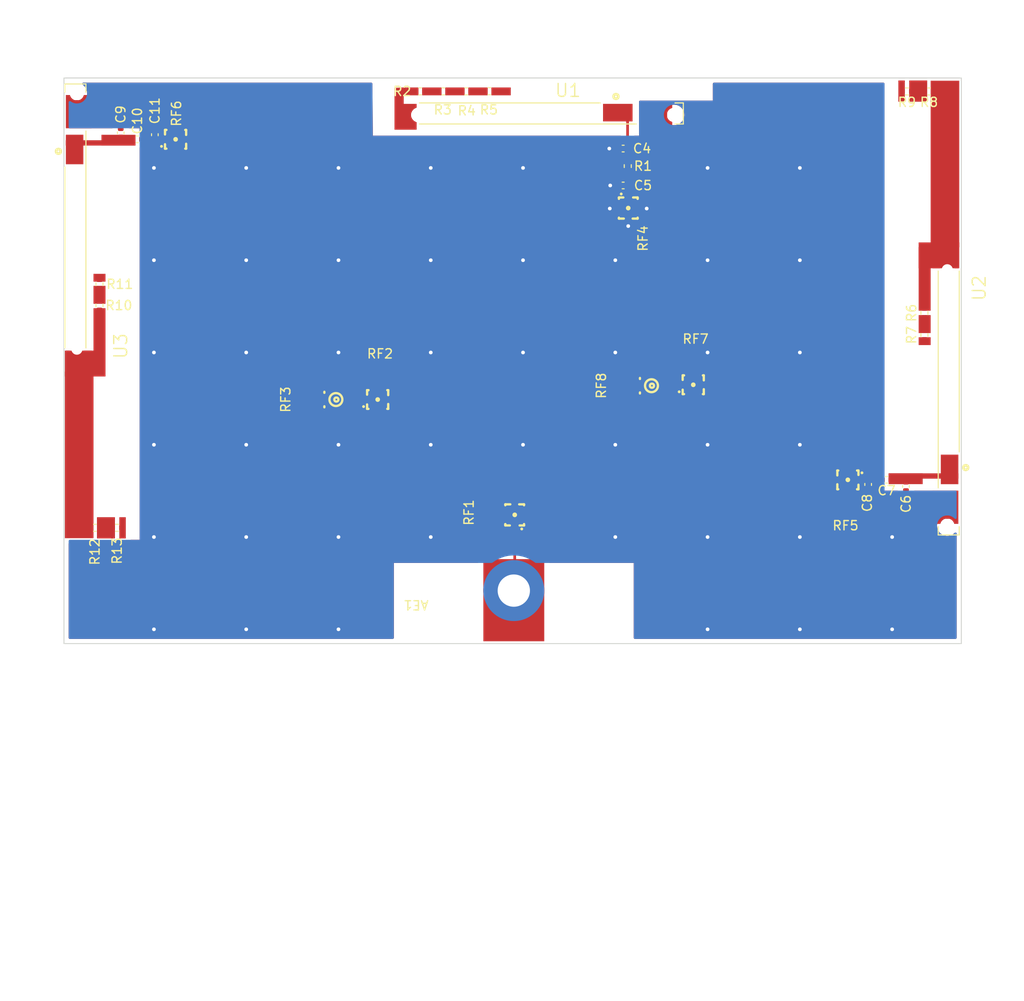
<source format=kicad_pcb>
(kicad_pcb (version 20211014) (generator pcbnew)
  (layers (0 "F.Cu" signal) (1 "In1.Cu" signal) (2 "In2.Cu" signal) (31 "B.Cu" signal) (34 "B.Paste" user) (35 "F.Paste" user) (36 "B.SilkS" user "B.Silkscreen") (37 "F.SilkS" user "F.Silkscreen") (38 "B.Mask" user) (39 "F.Mask" user) (44 "Edge.Cuts" user))
  (net 0 "")
  (net 1 "Net-(C4-Pad1)")
  (net 2 "GND")
  (net 3 "Net-(C5-Pad1)")
  (net 4 "Net-(C6-Pad1)")
  (net 5 "Net-(C7-Pad2)")
  (net 6 "Net-(R2-Pad1)")
  (net 7 "Net-(R2-Pad2)")
  (net 8 "Net-(R6-Pad1)")
  (net 9 "Net-(R4-Pad1)")
  (net 10 "Net-(R5-Pad1)")
  (net 11 "Net-(R5-Pad2)")
  (net 12 "Net-(R6-Pad2)")
  (net 13 "Net-(U2-Pad5)")
  (net 14 "Net-(U2-Pad6)")
  (net 15 "Net-(U2-Pad7)")
  (net 16 "Net-(AE1-Pad1)")
  (net 17 "Net-(C10-Pad1)")
  (net 18 "Net-(C10-Pad2)")
  (net 19 "Net-(R10-Pad1)")
  (net 20 "Net-(R10-Pad2)")
  (net 21 "Net-(R11-Pad2)")
  (net 22 "Net-(R12-Pad2)")
  (net 23 "Net-(R13-Pad2)")
  (net 24 "Net-(RF2-Pad1)")
  (net 25 "Net-(RF7-Pad1)")
  (footprint "Resistor_SMD:R_0402_1005Metric" (layer "F.Cu") (at 168.5 93.1 -90)
    (fp_text reference "R7" (at 0.01 1.4 90) (layer "F.SilkS"))
    (fp_text value "0ohm")
    (fp_line (start -0.153641 0.38) (end 0.153641 0.38) (layer "F.SilkS") (width 0.12))
    (fp_line (start -0.153641 -0.38) (end 0.153641 -0.38) (layer "F.SilkS") (width 0.12))
    (pad "1" smd roundrect (at -0.51 0 270) (size 0.54 0.64) (layers "F.Cu" "F.Paste" "F.Mask") (net 12 "Net-(R6-Pad2)"))
    (pad "2" smd roundrect (at 0.51 0 270) (size 0.54 0.64) (layers "F.Cu" "F.Paste" "F.Mask") (net 13 "Net-(U2-Pad5)"))
  )
  (footprint "Resistor_SMD:R_0402_1005Metric" (layer "F.Cu") (at 166.6 66.71 180)
    (fp_text reference "R9" (at 0 -1.17) (layer "F.SilkS"))
    (fp_text value "0ohm")
    (fp_line (start -0.153641 -0.38) (end 0.153641 -0.38) (layer "F.SilkS") (width 0.12))
    (fp_line (start -0.153641 0.38) (end 0.153641 0.38) (layer "F.SilkS") (width 0.12))
    (pad "1" smd roundrect (at -0.51 0 180) (size 0.54 0.64) (layers "F.Cu" "F.Paste" "F.Mask") (net 14 "Net-(U2-Pad6)"))
    (pad "2" smd roundrect (at 0.51 0 180) (size 0.54 0.64) (layers "F.Cu" "F.Paste" "F.Mask") (net 15 "Net-(U2-Pad7)"))
  )
  (footprint "Capacitor_SMD:C_0402_1005Metric" (layer "F.Cu") (at 81.4 71.2 90)
    (fp_text reference "C9" (at 2 0 90) (layer "F.SilkS"))
    (fp_text value "1.8pF")
    (fp_line (start -0.107836 0.36) (end 0.107836 0.36) (layer "F.SilkS") (width 0.12))
    (fp_line (start -0.107836 -0.36) (end 0.107836 -0.36) (layer "F.SilkS") (width 0.12))
    (pad "1" smd roundrect (at -0.48 0 90) (size 0.56 0.62) (layers "F.Cu" "F.Paste" "F.Mask") (net 17 "Net-(C10-Pad1)"))
    (pad "2" smd roundrect (at 0.48 0 90) (size 0.56 0.62) (layers "F.Cu" "F.Paste" "F.Mask") (net 2 "GND"))
  )
  (footprint "Capacitor_SMD:C_0402_1005Metric" (layer "F.Cu") (at 85.1 71.4 90)
    (fp_text reference "C11" (at 2.6 0 90) (layer "F.SilkS"))
    (fp_text value "DNP")
    (fp_line (start -0.107836 -0.36) (end 0.107836 -0.36) (layer "F.SilkS") (width 0.12))
    (fp_line (start -0.107836 0.36) (end 0.107836 0.36) (layer "F.SilkS") (width 0.12))
    (pad "1" smd roundrect (at -0.48 0 90) (size 0.56 0.62) (layers "F.Cu" "F.Paste" "F.Mask") (net 18 "Net-(C10-Pad2)"))
    (pad "2" smd roundrect (at 0.48 0 90) (size 0.56 0.62) (layers "F.Cu" "F.Paste" "F.Mask") (net 2 "GND"))
  )
  (footprint "cacophony-footprints:ANTENNA_1002427_GPS" (layer "F.Cu") (at 111.17 67.955)
    (fp_text reference "U1" (at 18.7 -1.35) (layer "F.SilkS") (effects (font (size 1.4 1.4))))
    (fp_text value "Antenna_1002427")
    (fp_line (start 30.3 0) (end 31.2 0) (layer "F.SilkS") (width 0.127))
    (fp_line (start 31.2 2.28) (end 30.3 2.28) (layer "F.SilkS") (width 0.127))
    (fp_line (start 31.2 0) (end 31.2 2.28) (layer "F.SilkS") (width 0.127))
    (fp_line (start 2.6 0) (end 22.2 0) (layer "F.SilkS") (width 0.127))
    (fp_line (start 26.1 2.28) (end 2.6 2.28) (layer "F.SilkS") (width 0.127))
    (fp_circle (center 23.9 -0.7) (end 24 -0.7) (layer "F.SilkS") (width 0.3) (fill none))
    (pad "" np_thru_hole circle (at 2.46 1.3) (size 1.2 1.2) (drill 1.2) (layers *.Cu *.Mask))
    (pad "" np_thru_hole circle (at 30.2 1.3) (size 1.2 1.2) (drill 1.2) (layers *.Cu *.Mask))
    (pad "1" smd rect (at 24.1 1.05) (size 3.2 1.9) (layers "F.Cu" "F.Paste" "F.Mask") (net 1 "Net-(C4-Pad1)"))
    (pad "2" smd custom (at 28.02 1.375) (size 0.3 0.3) (layers "F.Cu") (net 2 "GND") (options (clearance outline) (anchor rect)) (primitives (gr_poly (pts (xy -1.62 -1.275) (xy 1.98 -1.275) (xy 1.98 -0.825) (xy 1.959 -0.82) (xy 1.934 -0.813) (xy 1.909 -0.804) (xy 1.884 -0.795) (xy 1.86 -0.785) (xy 1.835 -0.775) (xy 1.812 -0.763) (xy 1.788 -0.751) (xy 1.766 -0.737) (xy 1.743 -0.723) (xy 1.721 -0.709) (xy 1.7 -0.693) (xy 1.679 -0.677) (xy 1.659 -0.66) (xy 1.639 -0.642) (xy 1.62 -0.624) (xy 1.602 -0.605) (xy 1.584 -0.585) (xy 1.567 -0.565) (xy 1.551 -0.544) (xy 1.535 -0.523) (xy 1.521 -0.501) (xy 1.507 -0.479) (xy 1.493 -0.456) (xy 1.481 -0.432) (xy 1.469 -0.409) (xy 1.459 -0.384) (xy 1.449 -0.36) (xy 1.44 -0.335) (xy 1.43 -0.305) (xy 1.43 0.155) (xy 1.44 0.185) (xy 1.449 0.21) (xy 1.459 0.234) (xy 1.469 0.259) (xy 1.481 0.282) (xy 1.493 0.306) (xy 1.507 0.329) (xy 1.521 0.351) (xy 1.535 0.373) (xy 1.551 0.394) (xy 1.567 0.415) (xy 1.584 0.435) (xy 1.602 0.455) (xy 1.62 0.474) (xy 1.639 0.492) (xy 1.659 0.51) (xy 1.679 0.527) (xy 1.7 0.543) (xy 1.721 0.559) (xy 1.743 0.573) (xy 1.766 0.587) (xy 1.788 0.601) (xy 1.812 0.613) (xy 1.835 0.625) (xy 1.86 0.635) (xy 1.884 0.645) (xy 1.909 0.654) (xy 1.934 0.663) (xy 1.959 0.67) (xy 1.98 0.675) (xy 1.98 1.525) (xy -1.62 1.525) (xy -1.62 -1.275)) (width 0.0001) (fill yes))))
    (pad "3" smd custom (at 0.875 1.325) (size 0.3 0.3) (layers "F.Cu") (net 6 "Net-(R2-Pad1)") (options (clearance outline) (anchor rect)) (primitives (gr_poly (pts (xy 1.425 -0.81) (xy 1.425 -1.225) (xy -0.975 -1.225) (xy -0.975 1.575) (xy 1.425 1.575) (xy 1.425 0.76) (xy 1.397 0.751) (xy 1.368 0.74) (xy 1.339 0.729) (xy 1.311 0.716) (xy 1.284 0.703) (xy 1.257 0.688) (xy 1.23 0.673) (xy 1.204 0.657) (xy 1.178 0.639) (xy 1.153 0.621) (xy 1.129 0.602) (xy 1.106 0.583) (xy 1.083 0.562) (xy 1.061 0.541) (xy 1.039 0.519) (xy 1.019 0.496) (xy 0.999 0.472) (xy 0.98 0.448) (xy 0.962 0.423) (xy 0.945 0.398) (xy 0.928 0.372) (xy 0.913 0.345) (xy 0.899 0.318) (xy 0.885 0.29) (xy 0.873 0.262) (xy 0.861 0.234) (xy 0.851 0.205) (xy 0.841 0.175) (xy 0.833 0.146) (xy 0.825 0.115) (xy 0.825 -0.155) (xy 0.83 -0.178) (xy 0.838 -0.208) (xy 0.847 -0.237) (xy 0.858 -0.267) (xy 0.869 -0.296) (xy 0.881 -0.324) (xy 0.894 -0.352) (xy 0.908 -0.38) (xy 0.923 -0.407) (xy 0.939 -0.434) (xy 0.956 -0.46) (xy 0.974 -0.485) (xy 0.992 -0.51) (xy 1.012 -0.534) (xy 1.032 -0.557) (xy 1.053 -0.58) (xy 1.075 -0.602) (xy 1.098 -0.623) (xy 1.121 -0.643) (xy 1.145 -0.663) (xy 1.17 -0.682) (xy 1.196 -0.699) (xy 1.222 -0.716) (xy 1.248 -0.732) (xy 1.275 -0.747) (xy 1.303 -0.761) (xy 1.331 -0.774) (xy 1.359 -0.786) (xy 1.388 -0.798) (xy 1.425 -0.81)) (width 0.0001) (fill yes))))
    (pad "3" smd rect (at 0.4 -0.6 90) (size 2.1 1) (layers "F.Cu") (net 6 "Net-(R2-Pad1)"))
    (pad "3" smd rect (at 1.45 -1.25) (size 2.1 0.85) (layers "F.Cu") (net 6 "Net-(R2-Pad1)"))
    (pad "4" smd rect (at 3.95 -1.25) (size 2.1 0.85) (layers "F.Cu") (net 7 "Net-(R2-Pad2)"))
    (pad "5" smd rect (at 6.45 -1.25) (size 2.1 0.85) (layers "F.Cu") (net 9 "Net-(R4-Pad1)"))
    (pad "6" smd rect (at 8.95 -1.25) (size 2.1 0.85) (layers "F.Cu") (net 10 "Net-(R5-Pad1)"))
    (pad "7" smd rect (at 11.45 -1.25) (size 2.1 0.85) (layers "F.Cu") (net 11 "Net-(R5-Pad2)"))
    (zone (net 0) (net_name "") (layers *.Cu) (connect_pads (clearance 0)) (min_thickness 0.254)
      (keepout (tracks allowed) (vias allowed) (pads allowed) (copperpour not_allowed) (footprints allowed))
      (fill (thermal_gap 0.508) (thermal_bridge_width 0.508))
      (polygon (pts (xy 137.57 71.505) (xy 108.72 71.505) (xy 108.67 65.305) (xy 145.57 65.305) (xy 145.57 67.705) (xy 137.57 67.705)))
    )
  )
  (footprint "cacophony-footprints:ANT-8_9-PW-LPN" (layer "F.Cu") (at 124 120.805 180)
    (fp_text reference "AE1" (at 10.6 -1.55 180 unlocked) (layer "F.SilkS"))
    (fp_text value "Antenna")
    (pad "1" smd rect (at 0 -1.04 180) (size 6.6 8.9) (layers "F.Cu" "F.Mask") (net 16 "Net-(AE1-Pad1)"))
    (pad "1" thru_hole circle (at 0 0 180) (size 6.6 6.6) (drill 3.5) (layers *.Cu *.Mask) (net 16 "Net-(AE1-Pad1)"))
    (zone (net 0) (net_name "") (layers *.Cu "F.Fab") (connect_pads (clearance 0)) (min_thickness 0.254)
      (keepout (tracks allowed) (vias allowed) (pads allowed) (copperpour not_allowed) (footprints allowed))
      (fill (thermal_gap 0.508) (thermal_bridge_width 0.508))
      (polygon (pts (xy 111 117.805) (xy 137 117.805) (xy 137 126.805) (xy 111 126.805)))
    )
  )
  (footprint "cacophony-footprints:IPEX4-SMD_4P-L1.8-W1.7-LS2.0-L_KH-IPEX4-2020" (layer "F.Cu") (at 136.4 79.6 -90)
    (fp_text reference "RF4" (at 3.04 -1.6 90) (layer "F.SilkS"))
    (fp_text value "KH-IPEX-4-K501-29")
    (fp_line (start -1.27 -1.02) (end -1.4 -1.02) (layer "F.SilkS") (width 0.25))
    (fp_line (start 0.89 -1.02) (end 0.89 -0.48) (layer "F.SilkS") (width 0.25))
    (fp_line (start -1.4 -1.02) (end -1.4 -0.53) (layer "F.SilkS") (width 0.25))
    (fp_line (start -1.4 1.01) (end -1.25 1.01) (layer "F.SilkS") (width 0.25))
    (fp_line (start -1.4 0.53) (end -1.4 1.01) (layer "F.SilkS") (width 0.25))
    (fp_line (start 0.89 0.48) (end 0.89 1.01) (layer "F.SilkS") (width 0.25))
    (fp_line (start 0.79 -1.02) (end 0.89 -1.02) (layer "F.SilkS") (width 0.25))
    (fp_line (start 0.89 1.01) (end 0.79 1.01) (layer "F.SilkS") (width 0.25))
    (fp_line (start -1.25 -1.02) (end -1.27 -1.02) (layer "F.SilkS") (width 0.25))
    (fp_circle (center -0.25 0) (end -0.12 0) (layer "F.SilkS") (width 0.25) (fill none))
    (fp_circle (center -1.78 0.76) (end -1.7 0.76) (layer "F.SilkS") (width 0.15) (fill none))
    (pad "1" smd rect (at -0.75 0 270) (size 1.4 0.6) (layers "F.Cu" "F.Paste" "F.Mask") (net 3 "Net-(C5-Pad1)"))
    (pad "2" smd rect (at -0.23 0.96 270) (size 1.58 0.58) (layers "F.Cu" "F.Paste" "F.Mask") (net 2 "GND"))
    (pad "3" smd rect (at 0.75 0 270) (size 0.5 0.5) (layers "F.Cu" "F.Paste" "F.Mask") (net 2 "GND"))
    (pad "4" smd rect (at -0.23 -0.96 270) (size 1.58 0.58) (layers "F.Cu" "F.Paste" "F.Mask") (net 2 "GND"))
  )
  (footprint "cacophony-footprints:IPEX4-SMD_4P-L1.8-W1.7-LS2.0-L_KH-IPEX4-2020" (layer "F.Cu") (at 159.95 108.8 180)
    (fp_text reference "RF5" (at 0 -4.96) (layer "F.SilkS"))
    (fp_text value "KH-IPEX-4-K501-29")
    (fp_line (start -1.4 1.01) (end -1.25 1.01) (layer "F.SilkS") (width 0.25))
    (fp_line (start -1.4 -1.02) (end -1.4 -0.53) (layer "F.SilkS") (width 0.25))
    (fp_line (start 0.89 1.01) (end 0.79 1.01) (layer "F.SilkS") (width 0.25))
    (fp_line (start 0.79 -1.02) (end 0.89 -1.02) (layer "F.SilkS") (width 0.25))
    (fp_line (start 0.89 0.48) (end 0.89 1.01) (layer "F.SilkS") (width 0.25))
    (fp_line (start -1.4 0.53) (end -1.4 1.01) (layer "F.SilkS") (width 0.25))
    (fp_line (start -1.25 -1.02) (end -1.27 -1.02) (layer "F.SilkS") (width 0.25))
    (fp_line (start 0.89 -1.02) (end 0.89 -0.48) (layer "F.SilkS") (width 0.25))
    (fp_line (start -1.27 -1.02) (end -1.4 -1.02) (layer "F.SilkS") (width 0.25))
    (fp_circle (center -0.25 0) (end -0.12 0) (layer "F.SilkS") (width 0.25) (fill none))
    (fp_circle (center -1.78 0.76) (end -1.7 0.76) (layer "F.SilkS") (width 0.15) (fill none))
    (pad "1" smd rect (at -0.75 0 180) (size 1.4 0.6) (layers "F.Cu" "F.Paste" "F.Mask") (net 5 "Net-(C7-Pad2)"))
    (pad "2" smd rect (at -0.23 0.96 180) (size 1.58 0.58) (layers "F.Cu" "F.Paste" "F.Mask") (net 2 "GND"))
    (pad "3" smd rect (at 0.75 0 180) (size 0.5 0.5) (layers "F.Cu" "F.Paste" "F.Mask") (net 2 "GND"))
    (pad "4" smd rect (at -0.23 -0.96 180) (size 1.58 0.58) (layers "F.Cu" "F.Paste" "F.Mask") (net 2 "GND"))
  )
  (footprint "cacophony-footprints:IPEX4-SMD_4P-L1.8-W1.7-LS2.0-L_KH-IPEX4-2020" (layer "F.Cu") (at 124.1 112.345 90)
    (fp_text reference "RF1" (at 0 -4.96 90) (layer "F.SilkS"))
    (fp_text value "KH-IPEX-4-K501-29")
    (fp_line (start 0.89 0.48) (end 0.89 1.01) (layer "F.SilkS") (width 0.25))
    (fp_line (start 0.79 -1.02) (end 0.89 -1.02) (layer "F.SilkS") (width 0.25))
    (fp_line (start -1.4 0.53) (end -1.4 1.01) (layer "F.SilkS") (width 0.25))
    (fp_line (start -1.25 -1.02) (end -1.27 -1.02) (layer "F.SilkS") (width 0.25))
    (fp_line (start -1.4 -1.02) (end -1.4 -0.53) (layer "F.SilkS") (width 0.25))
    (fp_line (start 0.89 1.01) (end 0.79 1.01) (layer "F.SilkS") (width 0.25))
    (fp_line (start -1.4 1.01) (end -1.25 1.01) (layer "F.SilkS") (width 0.25))
    (fp_line (start -1.27 -1.02) (end -1.4 -1.02) (layer "F.SilkS") (width 0.25))
    (fp_line (start 0.89 -1.02) (end 0.89 -0.48) (layer "F.SilkS") (width 0.25))
    (fp_circle (center -1.78 0.76) (end -1.7 0.76) (layer "F.SilkS") (width 0.15) (fill none))
    (fp_circle (center -0.25 0) (end -0.12 0) (layer "F.SilkS") (width 0.25) (fill none))
    (pad "1" smd rect (at -0.75 0 90) (size 1.4 0.6) (layers "F.Cu" "F.Paste" "F.Mask") (net 16 "Net-(AE1-Pad1)"))
    (pad "2" smd rect (at -0.23 0.96 90) (size 1.58 0.58) (layers "F.Cu" "F.Paste" "F.Mask") (net 2 "GND"))
    (pad "3" smd rect (at 0.75 0 90) (size 0.5 0.5) (layers "F.Cu" "F.Paste" "F.Mask") (net 2 "GND"))
    (pad "4" smd rect (at -0.23 -0.96 90) (size 1.58 0.58) (layers "F.Cu" "F.Paste" "F.Mask") (net 2 "GND"))
  )
  (footprint "cacophony-footprints:IPEX4-SMD_4P-L1.8-W1.7-LS2.0-L_KH-IPEX4-2020" (layer "F.Cu") (at 143.7 98.5)
    (fp_text reference "RF7" (at 0 -4.96) (layer "F.SilkS"))
    (fp_text value "KH-IPEX-4-K501-29")
    (fp_line (start -1.4 0.53) (end -1.4 1.01) (layer "F.SilkS") (width 0.25))
    (fp_line (start 0.89 -1.02) (end 0.89 -0.48) (layer "F.SilkS") (width 0.25))
    (fp_line (start 0.89 0.48) (end 0.89 1.01) (layer "F.SilkS") (width 0.25))
    (fp_line (start -1.25 -1.02) (end -1.27 -1.02) (layer "F.SilkS") (width 0.25))
    (fp_line (start -1.4 1.01) (end -1.25 1.01) (layer "F.SilkS") (width 0.25))
    (fp_line (start -1.27 -1.02) (end -1.4 -1.02) (layer "F.SilkS") (width 0.25))
    (fp_line (start -1.4 -1.02) (end -1.4 -0.53) (layer "F.SilkS") (width 0.25))
    (fp_line (start 0.89 1.01) (end 0.79 1.01) (layer "F.SilkS") (width 0.25))
    (fp_line (start 0.79 -1.02) (end 0.89 -1.02) (layer "F.SilkS") (width 0.25))
    (fp_circle (center -0.25 0) (end -0.12 0) (layer "F.SilkS") (width 0.25) (fill none))
    (fp_circle (center -1.78 0.76) (end -1.7 0.76) (layer "F.SilkS") (width 0.15) (fill none))
    (pad "1" smd rect (at -0.75 0) (size 1.4 0.6) (layers "F.Cu" "F.Paste" "F.Mask") (net 25 "Net-(RF7-Pad1)"))
    (pad "2" smd rect (at -0.23 0.96) (size 1.58 0.58) (layers "F.Cu" "F.Paste" "F.Mask") (net 2 "GND"))
    (pad "3" smd rect (at 0.75 0) (size 0.5 0.5) (layers "F.Cu" "F.Paste" "F.Mask") (net 2 "GND"))
    (pad "4" smd rect (at -0.23 -0.96) (size 1.58 0.58) (layers "F.Cu" "F.Paste" "F.Mask") (net 2 "GND"))
  )
  (footprint "Resistor_SMD:R_0402_1005Metric" (layer "F.Cu") (at 116.36 66.7)
    (fp_text reference "R3" (at -0.06 2) (layer "F.SilkS"))
    (fp_text value "DNP")
    (fp_line (start -0.153641 0.38) (end 0.153641 0.38) (layer "F.SilkS") (width 0.12))
    (fp_line (start -0.153641 -0.38) (end 0.153641 -0.38) (layer "F.SilkS") (width 0.12))
    (pad "1" smd roundrect (at -0.51 0) (size 0.54 0.64) (layers "F.Cu" "F.Paste" "F.Mask") (net 7 "Net-(R2-Pad2)"))
    (pad "2" smd roundrect (at 0.51 0) (size 0.54 0.64) (layers "F.Cu" "F.Paste" "F.Mask") (net 9 "Net-(R4-Pad1)"))
  )
  (footprint "Capacitor_SMD:C_0402_1005Metric" (layer "F.Cu") (at 135.85 72.9 180)
    (fp_text reference "C4" (at -2.05 0) (layer "F.SilkS"))
    (fp_text value "3.0pF")
    (fp_line (start -0.107836 -0.36) (end 0.107836 -0.36) (layer "F.SilkS") (width 0.12))
    (fp_line (start -0.107836 0.36) (end 0.107836 0.36) (layer "F.SilkS") (width 0.12))
    (pad "1" smd roundrect (at -0.48 0 180) (size 0.56 0.62) (layers "F.Cu" "F.Paste" "F.Mask") (net 1 "Net-(C4-Pad1)"))
    (pad "2" smd roundrect (at 0.48 0 180) (size 0.56 0.62) (layers "F.Cu" "F.Paste" "F.Mask") (net 2 "GND"))
  )
  (footprint "Capacitor_SMD:C_0402_1005Metric" (layer "F.Cu") (at 166.5 109.51 -90)
    (fp_text reference "C6" (at 1.9 0 90) (layer "F.SilkS"))
    (fp_text value "1.8pF")
    (fp_line (start -0.107836 0.36) (end 0.107836 0.36) (layer "F.SilkS") (width 0.12))
    (fp_line (start -0.107836 -0.36) (end 0.107836 -0.36) (layer "F.SilkS") (width 0.12))
    (pad "1" smd roundrect (at -0.48 0 270) (size 0.56 0.62) (layers "F.Cu" "F.Paste" "F.Mask") (net 4 "Net-(C6-Pad1)"))
    (pad "2" smd roundrect (at 0.48 0 270) (size 0.56 0.62) (layers "F.Cu" "F.Paste" "F.Mask") (net 2 "GND"))
  )
  (footprint "Resistor_SMD:R_0402_1005Metric" (layer "F.Cu") (at 169 66.71 180)
    (fp_text reference "R8" (at 0 -1.17) (layer "F.SilkS"))
    (fp_text value "0ohm")
    (fp_line (start -0.153641 0.38) (end 0.153641 0.38) (layer "F.SilkS") (width 0.12))
    (fp_line (start -0.153641 -0.38) (end 0.153641 -0.38) (layer "F.SilkS") (width 0.12))
    (pad "1" smd roundrect (at -0.51 0 180) (size 0.54 0.64) (layers "F.Cu" "F.Paste" "F.Mask") (net 8 "Net-(R6-Pad1)"))
    (pad "2" smd roundrect (at 0.51 0 180) (size 0.54 0.64) (layers "F.Cu" "F.Paste" "F.Mask") (net 14 "Net-(U2-Pad6)"))
  )
  (footprint "Resistor_SMD:R_0402_1005Metric" (layer "F.Cu") (at 78.6 114)
    (fp_text reference "R12" (at 0 2.6 90) (layer "F.SilkS"))
    (fp_text value "0ohm")
    (fp_line (start -0.153641 0.38) (end 0.153641 0.38) (layer "F.SilkS") (width 0.12))
    (fp_line (start -0.153641 -0.38) (end 0.153641 -0.38) (layer "F.SilkS") (width 0.12))
    (pad "1" smd roundrect (at -0.51 0) (size 0.54 0.64) (layers "F.Cu" "F.Paste" "F.Mask") (net 19 "Net-(R10-Pad1)"))
    (pad "2" smd roundrect (at 0.51 0) (size 0.54 0.64) (layers "F.Cu" "F.Paste" "F.Mask") (net 22 "Net-(R12-Pad2)"))
  )
  (footprint "Resistor_SMD:R_0402_1005Metric" (layer "F.Cu") (at 121.35 66.68)
    (fp_text reference "R5" (at -0.05 2.02) (layer "F.SilkS"))
    (fp_text value "DNP")
    (fp_line (start -0.153641 -0.38) (end 0.153641 -0.38) (layer "F.SilkS") (width 0.12))
    (fp_line (start -0.153641 0.38) (end 0.153641 0.38) (layer "F.SilkS") (width 0.12))
    (pad "1" smd roundrect (at -0.51 0) (size 0.54 0.64) (layers "F.Cu" "F.Paste" "F.Mask") (net 10 "Net-(R5-Pad1)"))
    (pad "2" smd roundrect (at 0.51 0) (size 0.54 0.64) (layers "F.Cu" "F.Paste" "F.Mask") (net 11 "Net-(R5-Pad2)"))
  )
  (footprint "cacophony-footprints:ANTENNA_1002427_ISM" (layer "F.Cu") (at 172.275 83.5725 -90)
    (fp_text reference "U2" (at 4.445 -2.159 90) (layer "F.SilkS") (effects (font (size 1.4 1.4))))
    (fp_text value "Antenna_1002427")
    (fp_line (start 2.6 0) (end 22.2 0) (layer "F.SilkS") (width 0.127))
    (fp_line (start 26.1 2.28) (end 2.6 2.28) (layer "F.SilkS") (width 0.127))
    (fp_line (start 30.3 0) (end 31.2 0) (layer "F.SilkS") (width 0.127))
    (fp_line (start 31.2 2.28) (end 30.3 2.28) (layer "F.SilkS") (width 0.127))
    (fp_line (start 31.2 0) (end 31.2 2.28) (layer "F.SilkS") (width 0.127))
    (fp_circle (center 23.9 -0.7) (end 24 -0.7) (layer "F.SilkS") (width 0.3) (fill none))
    (pad "" np_thru_hole circle (at 30.2 1.3 270) (size 1.2 1.2) (drill 1.2) (layers *.Cu *.Mask))
    (pad "" np_thru_hole circle (at 2.46 1.3 270) (size 1.2 1.2) (drill 1.2) (layers *.Cu *.Mask))
    (pad "1" smd rect (at 24.8125 3.875 270) (size 0.575 7.55) (layers "F.Cu") (net 4 "Net-(C6-Pad1)"))
    (pad "1" smd rect (at 24.1 1.05 270) (size 3.2 1.9) (layers "F.Cu" "F.Paste" "F.Mask") (net 4 "Net-(C6-Pad1)"))
    (pad "1" smd rect (at 25.109375 5.80625 270) (size 1.16875 3.6875) (layers "F.Cu") (net 4 "Net-(C6-Pad1)"))
    (pad "2" smd custom (at 28.02 1.375 270) (size 0.3 0.3) (layers "F.Cu") (net 2 "GND") (options (clearance outline) (anchor rect)) (primitives (gr_poly (pts (xy -1.62 -1.275) (xy 1.98 -1.275) (xy 1.98 -0.825) (xy 1.959 -0.82) (xy 1.934 -0.813) (xy 1.909 -0.804) (xy 1.884 -0.795) (xy 1.86 -0.785) (xy 1.835 -0.775) (xy 1.812 -0.763) (xy 1.788 -0.751) (xy 1.766 -0.737) (xy 1.743 -0.723) (xy 1.721 -0.709) (xy 1.7 -0.693) (xy 1.679 -0.677) (xy 1.659 -0.66) (xy 1.639 -0.642) (xy 1.62 -0.624) (xy 1.602 -0.605) (xy 1.584 -0.585) (xy 1.567 -0.565) (xy 1.551 -0.544) (xy 1.535 -0.523) (xy 1.521 -0.501) (xy 1.507 -0.479) (xy 1.493 -0.456) (xy 1.481 -0.432) (xy 1.469 -0.409) (xy 1.459 -0.384) (xy 1.449 -0.36) (xy 1.44 -0.335) (xy 1.43 -0.305) (xy 1.43 0.155) (xy 1.44 0.185) (xy 1.449 0.21) (xy 1.459 0.234) (xy 1.469 0.259) (xy 1.481 0.282) (xy 1.493 0.306) (xy 1.507 0.329) (xy 1.521 0.351) (xy 1.535 0.373) (xy 1.551 0.394) (xy 1.567 0.415) (xy 1.584 0.435) (xy 1.602 0.455) (xy 1.62 0.474) (xy 1.639 0.492) (xy 1.659 0.51) (xy 1.679 0.527) (xy 1.7 0.543) (xy 1.721 0.559) (xy 1.743 0.573) (xy 1.766 0.587) (xy 1.788 0.601) (xy 1.812 0.613) (xy 1.835 0.625) (xy 1.86 0.635) (xy 1.884 0.645) (xy 1.909 0.654) (xy 1.934 0.663) (xy 1.959 0.67) (xy 1.98 0.675) (xy 1.98 1.525) (xy -1.62 1.525) (xy -1.62 -1.275)) (width 0.0001) (fill yes))))
    (pad "3" smd rect (at 0.9 2.2 270) (size 2.8 4.4) (layers "F.Cu") (net 8 "Net-(R6-Pad1)"))
    (pad "3" smd custom (at 0.875 1.325 270) (size 0.3 0.3) (layers "F.Cu") (net 8 "Net-(R6-Pad1)") (options (clearance outline) (anchor rect)) (primitives (gr_poly (pts (xy 1.425 -0.81) (xy 1.425 -1.225) (xy -0.975 -1.225) (xy -0.975 1.575) (xy 1.425 1.575) (xy 1.425 0.76) (xy 1.397 0.751) (xy 1.368 0.74) (xy 1.339 0.729) (xy 1.311 0.716) (xy 1.284 0.703) (xy 1.257 0.688) (xy 1.23 0.673) (xy 1.204 0.657) (xy 1.178 0.639) (xy 1.153 0.621) (xy 1.129 0.602) (xy 1.106 0.583) (xy 1.083 0.562) (xy 1.061 0.541) (xy 1.039 0.519) (xy 1.019 0.496) (xy 0.999 0.472) (xy 0.98 0.448) (xy 0.962 0.423) (xy 0.945 0.398) (xy 0.928 0.372) (xy 0.913 0.345) (xy 0.899 0.318) (xy 0.885 0.29) (xy 0.873 0.262) (xy 0.861 0.234) (xy 0.851 0.205) (xy 0.841 0.175) (xy 0.833 0.146) (xy 0.825 0.115) (xy 0.825 -0.155) (xy 0.83 -0.178) (xy 0.838 -0.208) (xy 0.847 -0.237) (xy 0.858 -0.267) (xy 0.869 -0.296) (xy 0.881 -0.324) (xy 0.894 -0.352) (xy 0.908 -0.38) (xy 0.923 -0.407) (xy 0.939 -0.434) (xy 0.956 -0.46) (xy 0.974 -0.485) (xy 0.992 -0.51) (xy 1.012 -0.534) (xy 1.032 -0.557) (xy 1.053 -0.58) (xy 1.075 -0.602) (xy 1.098 -0.623) (xy 1.121 -0.643) (xy 1.145 -0.663) (xy 1.17 -0.682) (xy 1.196 -0.699) (xy 1.222 -0.716) (xy 1.248 -0.732) (xy 1.275 -0.747) (xy 1.303 -0.761) (xy 1.331 -0.774) (xy 1.359 -0.786) (xy 1.388 -0.798) (xy 1.425 -0.81)) (width 0.0001) (fill yes))))
    (pad "3" smd rect (at -9 1.55 270) (size 18.05 3.1) (layers "F.Cu") (net 8 "Net-(R6-Pad1)"))
    (pad "3" smd rect (at 3.45 3.75 270) (size 6.9 1.3) (layers "F.Cu") (net 8 "Net-(R6-Pad1)"))
    (pad "4" smd rect (at 8.35 3.75 270) (size 1.95 1.3) (layers "F.Cu") (net 12 "Net-(R6-Pad2)"))
    (pad "5" smd rect (at 10.2 3.75 270) (size 0.85 1.3) (layers "F.Cu") (net 13 "Net-(U2-Pad5)"))
    (pad "6" smd rect (at -16.9 4.45 270) (size 2.3 1.95) (layers "F.Cu") (net 14 "Net-(U2-Pad6)"))
    (pad "7" smd rect (at -16.9 6.25 270) (size 2.3 0.7) (layers "F.Cu") (net 15 "Net-(U2-Pad7)"))
    (zone (net 0) (net_name "") (layers *.Cu "F.Fab") (connect_pads (clearance 0)) (min_thickness 0.254)
      (keepout (tracks allowed) (vias allowed) (pads allowed) (copperpour not_allowed) (footprints allowed))
      (fill (thermal_gap 0.508) (thermal_bridge_width 0.508))
      (polygon (pts (xy 164.175 109.9725) (xy 164.175 65.3725) (xy 172.275 65.3725) (xy 172.275 109.9725)))
    )
  )
  (footprint "Resistor_SMD:R_0402_1005Metric" (layer "F.Cu") (at 79.1 89.9 90)
    (fp_text reference "R10" (at 0 2.1 180) (layer "F.SilkS"))
    (fp_text value "0ohm")
    (fp_line (start -0.153641 -0.38) (end 0.153641 -0.38) (layer "F.SilkS") (width 0.12))
    (fp_line (start -0.153641 0.38) (end 0.153641 0.38) (layer "F.SilkS") (width 0.12))
    (pad "1" smd roundrect (at -0.51 0 90) (size 0.54 0.64) (layers "F.Cu" "F.Paste" "F.Mask") (net 19 "Net-(R10-Pad1)"))
    (pad "2" smd roundrect (at 0.51 0 90) (size 0.54 0.64) (layers "F.Cu" "F.Paste" "F.Mask") (net 20 "Net-(R10-Pad2)"))
  )
  (footprint "Resistor_SMD:R_0402_1005Metric" (layer "F.Cu") (at 81 114)
    (fp_text reference "R13" (at 0 2.5 90) (layer "F.SilkS"))
    (fp_text value "0ohm")
    (fp_line (start -0.153641 0.38) (end 0.153641 0.38) (layer "F.SilkS") (width 0.12))
    (fp_line (start -0.153641 -0.38) (end 0.153641 -0.38) (layer "F.SilkS") (width 0.12))
    (pad "1" smd roundrect (at -0.51 0) (size 0.54 0.64) (layers "F.Cu" "F.Paste" "F.Mask") (net 22 "Net-(R12-Pad2)"))
    (pad "2" smd roundrect (at 0.51 0) (size 0.54 0.64) (layers "F.Cu" "F.Paste" "F.Mask") (net 23 "Net-(R13-Pad2)"))
  )
  (footprint "Resistor_SMD:R_0402_1005Metric" (layer "F.Cu") (at 136.35 74.8 -90)
    (fp_text reference "R1" (at 0 -1.65 180) (layer "F.SilkS"))
    (fp_text value "0ohm")
    (fp_line (start -0.153641 -0.38) (end 0.153641 -0.38) (layer "F.SilkS") (width 0.12))
    (fp_line (start -0.153641 0.38) (end 0.153641 0.38) (layer "F.SilkS") (width 0.12))
    (pad "1" smd roundrect (at -0.51 0 270) (size 0.54 0.64) (layers "F.Cu" "F.Paste" "F.Mask") (net 1 "Net-(C4-Pad1)"))
    (pad "2" smd roundrect (at 0.51 0 270) (size 0.54 0.64) (layers "F.Cu" "F.Paste" "F.Mask") (net 3 "Net-(C5-Pad1)"))
  )
  (footprint "cacophony-footprints:ANT-SMD_KH-IPEX-K501-29" (layer "F.Cu") (at 138.9 98.6 90)
    (fp_text reference "RF8" (at 0 -5.42 90) (layer "F.SilkS"))
    (fp_text value "KH-IPEX-K501-29")
    (fp_line (start 0.73 -1.23) (end 0.84 -1.23) (layer "F.SilkS") (width 0.25))
    (fp_line (start -0.84 -1.23) (end -0.73 -1.23) (layer "F.SilkS") (width 0.25))
    (fp_circle (center 0 0.02) (end 0.7 0.02) (layer "F.SilkS") (width 0.25) (fill none))
    (fp_circle (center 0 0.07) (end 0.22 0.07) (layer "F.SilkS") (width 0.25) (fill none))
    (pad "1" smd rect (at 0 1.42 90) (size 1.05 1) (layers "F.Cu" "F.Paste" "F.Mask") (net 25 "Net-(RF7-Pad1)"))
    (pad "2" smd rect (at -1.5 0 180) (size 2.2 1.1) (layers "F.Cu" "F.Paste" "F.Mask") (net 2 "GND"))
    (pad "3" smd rect (at 1.5 0 180) (size 2.2 1.1) (layers "F.Cu" "F.Paste" "F.Mask") (net 2 "GND"))
    (pad "4" smd rect (at 0 -1.42 90) (size 1.05 1) (layers "F.Cu" "F.Paste" "F.Mask") (net 2 "GND"))
  )
  (footprint "cacophony-footprints:ANT-SMD_KH-IPEX-K501-29" (layer "F.Cu") (at 104.7 100.1 90)
    (fp_text reference "RF3" (at 0 -5.42 90) (layer "F.SilkS"))
    (fp_text value "KH-IPEX-K501-29")
    (fp_line (start -0.84 -1.23) (end -0.73 -1.23) (layer "F.SilkS") (width 0.25))
    (fp_line (start 0.73 -1.23) (end 0.84 -1.23) (layer "F.SilkS") (width 0.25))
    (fp_circle (center 0 0.07) (end 0.22 0.07) (layer "F.SilkS") (width 0.25) (fill none))
    (fp_circle (center 0 0.02) (end 0.7 0.02) (layer "F.SilkS") (width 0.25) (fill none))
    (pad "1" smd rect (at 0 1.42 90) (size 1.05 1) (layers "F.Cu" "F.Paste" "F.Mask") (net 24 "Net-(RF2-Pad1)"))
    (pad "2" smd rect (at -1.5 0 180) (size 2.2 1.1) (layers "F.Cu" "F.Paste" "F.Mask") (net 2 "GND"))
    (pad "3" smd rect (at 1.5 0 180) (size 2.2 1.1) (layers "F.Cu" "F.Paste" "F.Mask") (net 2 "GND"))
    (pad "4" smd rect (at 0 -1.42 90) (size 1.05 1) (layers "F.Cu" "F.Paste" "F.Mask") (net 2 "GND"))
  )
  (footprint "Resistor_SMD:R_0402_1005Metric" (layer "F.Cu") (at 113.84 66.7)
    (fp_text reference "R2" (at -1.94 0) (layer "F.SilkS"))
    (fp_text value "DNP")
    (fp_line (start -0.153641 -0.38) (end 0.153641 -0.38) (layer "F.SilkS") (width 0.12))
    (fp_line (start -0.153641 0.38) (end 0.153641 0.38) (layer "F.SilkS") (width 0.12))
    (pad "1" smd roundrect (at -0.51 0) (size 0.54 0.64) (layers "F.Cu" "F.Paste" "F.Mask") (net 6 "Net-(R2-Pad1)"))
    (pad "2" smd roundrect (at 0.51 0) (size 0.54 0.64) (layers "F.Cu" "F.Paste" "F.Mask") (net 7 "Net-(R2-Pad2)"))
  )
  (footprint "Capacitor_SMD:C_0402_1005Metric" (layer "F.Cu") (at 164.4 108.8 180)
    (fp_text reference "C7" (at 0 -1.16) (layer "F.SilkS"))
    (fp_text value "5.6pF")
    (fp_line (start -0.107836 0.36) (end 0.107836 0.36) (layer "F.SilkS") (width 0.12))
    (fp_line (start -0.107836 -0.36) (end 0.107836 -0.36) (layer "F.SilkS") (width 0.12))
    (pad "1" smd roundrect (at -0.48 0 180) (size 0.56 0.62) (layers "F.Cu" "F.Paste" "F.Mask") (net 4 "Net-(C6-Pad1)"))
    (pad "2" smd roundrect (at 0.48 0 180) (size 0.56 0.62) (layers "F.Cu" "F.Paste" "F.Mask") (net 5 "Net-(C7-Pad2)"))
  )
  (footprint "Capacitor_SMD:C_0402_1005Metric" (layer "F.Cu") (at 83.2 71.9)
    (fp_text reference "C10" (at 0 -2 90) (layer "F.SilkS"))
    (fp_text value "5.6pF")
    (fp_line (start -0.107836 0.36) (end 0.107836 0.36) (layer "F.SilkS") (width 0.12))
    (fp_line (start -0.107836 -0.36) (end 0.107836 -0.36) (layer "F.SilkS") (width 0.12))
    (pad "1" smd roundrect (at -0.48 0) (size 0.56 0.62) (layers "F.Cu" "F.Paste" "F.Mask") (net 17 "Net-(C10-Pad1)"))
    (pad "2" smd roundrect (at 0.48 0) (size 0.56 0.62) (layers "F.Cu" "F.Paste" "F.Mask") (net 18 "Net-(C10-Pad2)"))
  )
  (footprint "cacophony-footprints:IPEX4-SMD_4P-L1.8-W1.7-LS2.0-L_KH-IPEX4-2020" (layer "F.Cu") (at 109.5 100.1)
    (fp_text reference "RF2" (at 0 -4.96) (layer "F.SilkS"))
    (fp_text value "KH-IPEX-4-K501-29")
    (fp_line (start -1.27 -1.02) (end -1.4 -1.02) (layer "F.SilkS") (width 0.25))
    (fp_line (start -1.4 0.53) (end -1.4 1.01) (layer "F.SilkS") (width 0.25))
    (fp_line (start -1.4 -1.02) (end -1.4 -0.53) (layer "F.SilkS") (width 0.25))
    (fp_line (start -1.25 -1.02) (end -1.27 -1.02) (layer "F.SilkS") (width 0.25))
    (fp_line (start 0.79 -1.02) (end 0.89 -1.02) (layer "F.SilkS") (width 0.25))
    (fp_line (start 0.89 0.48) (end 0.89 1.01) (layer "F.SilkS") (width 0.25))
    (fp_line (start -1.4 1.01) (end -1.25 1.01) (layer "F.SilkS") (width 0.25))
    (fp_line (start 0.89 -1.02) (end 0.89 -0.48) (layer "F.SilkS") (width 0.25))
    (fp_line (start 0.89 1.01) (end 0.79 1.01) (layer "F.SilkS") (width 0.25))
    (fp_circle (center -0.25 0) (end -0.12 0) (layer "F.SilkS") (width 0.25) (fill none))
    (fp_circle (center -1.78 0.76) (end -1.7 0.76) (layer "F.SilkS") (width 0.15) (fill none))
    (pad "1" smd rect (at -0.75 0) (size 1.4 0.6) (layers "F.Cu" "F.Paste" "F.Mask") (net 24 "Net-(RF2-Pad1)"))
    (pad "2" smd rect (at -0.23 0.96) (size 1.58 0.58) (layers "F.Cu" "F.Paste" "F.Mask") (net 2 "GND"))
    (pad "3" smd rect (at 0.75 0) (size 0.5 0.5) (layers "F.Cu" "F.Paste" "F.Mask") (net 2 "GND"))
    (pad "4" smd rect (at -0.23 -0.96) (size 1.58 0.58) (layers "F.Cu" "F.Paste" "F.Mask") (net 2 "GND"))
  )
  (footprint "Resistor_SMD:R_0402_1005Metric" (layer "F.Cu") (at 168.5 90.71 -90)
    (fp_text reference "R6" (at 0 1.4 90) (layer "F.SilkS"))
    (fp_text value "0ohm")
    (fp_line (start -0.153641 -0.38) (end 0.153641 -0.38) (layer "F.SilkS") (width 0.12))
    (fp_line (start -0.153641 0.38) (end 0.153641 0.38) (layer "F.SilkS") (width 0.12))
    (pad "1" smd roundrect (at -0.51 0 270) (size 0.54 0.64) (layers "F.Cu" "F.Paste" "F.Mask") (net 8 "Net-(R6-Pad1)"))
    (pad "2" smd roundrect (at 0.51 0 270) (size 0.54 0.64) (layers "F.Cu" "F.Paste" "F.Mask") (net 12 "Net-(R6-Pad2)"))
  )
  (footprint "Capacitor_SMD:C_0402_1005Metric" (layer "F.Cu") (at 162.4 109.3 -90)
    (fp_text reference "C8" (at 2 0.1 90) (layer "F.SilkS"))
    (fp_text value "DNP")
    (fp_line (start -0.107836 0.36) (end 0.107836 0.36) (layer "F.SilkS") (width 0.12))
    (fp_line (start -0.107836 -0.36) (end 0.107836 -0.36) (layer "F.SilkS") (width 0.12))
    (pad "1" smd roundrect (at -0.48 0 270) (size 0.56 0.62) (layers "F.Cu" "F.Paste" "F.Mask") (net 5 "Net-(C7-Pad2)"))
    (pad "2" smd roundrect (at 0.48 0 270) (size 0.56 0.62) (layers "F.Cu" "F.Paste" "F.Mask") (net 2 "GND"))
  )
  (footprint "cacophony-footprints:IPEX4-SMD_4P-L1.8-W1.7-LS2.0-L_KH-IPEX4-2020" (layer "F.Cu") (at 87.6 71.9)
    (fp_text reference "RF6" (at -0.16 -2.8 90) (layer "F.SilkS"))
    (fp_text value "KH-IPEX-4-K501-29")
    (fp_line (start 0.89 0.48) (end 0.89 1.01) (layer "F.SilkS") (width 0.25))
    (fp_line (start -1.27 -1.02) (end -1.4 -1.02) (layer "F.SilkS") (width 0.25))
    (fp_line (start -1.4 -1.02) (end -1.4 -0.53) (layer "F.SilkS") (width 0.25))
    (fp_line (start 0.89 -1.02) (end 0.89 -0.48) (layer "F.SilkS") (width 0.25))
    (fp_line (start -1.4 1.01) (end -1.25 1.01) (layer "F.SilkS") (width 0.25))
    (fp_line (start -1.4 0.53) (end -1.4 1.01) (layer "F.SilkS") (width 0.25))
    (fp_line (start -1.25 -1.02) (end -1.27 -1.02) (layer "F.SilkS") (width 0.25))
    (fp_line (start 0.89 1.01) (end 0.79 1.01) (layer "F.SilkS") (width 0.25))
    (fp_line (start 0.79 -1.02) (end 0.89 -1.02) (layer "F.SilkS") (width 0.25))
    (fp_circle (center -1.78 0.76) (end -1.7 0.76) (layer "F.SilkS") (width 0.15) (fill none))
    (fp_circle (center -0.25 0) (end -0.12 0) (layer "F.SilkS") (width 0.25) (fill none))
    (pad "1" smd rect (at -0.75 0) (size 1.4 0.6) (layers "F.Cu" "F.Paste" "F.Mask") (net 18 "Net-(C10-Pad2)"))
    (pad "2" smd rect (at -0.23 0.96) (size 1.58 0.58) (layers "F.Cu" "F.Paste" "F.Mask") (net 2 "GND"))
    (pad "3" smd rect (at 0.75 0) (size 0.5 0.5) (layers "F.Cu" "F.Paste" "F.Mask") (net 2 "GND"))
    (pad "4" smd rect (at -0.23 -0.96) (size 1.58 0.58) (layers "F.Cu" "F.Paste" "F.Mask") (net 2 "GND"))
  )
  (footprint "Resistor_SMD:R_0402_1005Metric" (layer "F.Cu") (at 118.84 66.7)
    (fp_text reference "R4" (at 0.06 2.1) (layer "F.SilkS"))
    (fp_text value "DNP")
    (fp_line (start -0.153641 0.38) (end 0.153641 0.38) (layer "F.SilkS") (width 0.12))
    (fp_line (start -0.153641 -0.38) (end 0.153641 -0.38) (layer "F.SilkS") (width 0.12))
    (pad "1" smd roundrect (at -0.51 0) (size 0.54 0.64) (layers "F.Cu" "F.Paste" "F.Mask") (net 9 "Net-(R4-Pad1)"))
    (pad "2" smd roundrect (at 0.51 0) (size 0.54 0.64) (layers "F.Cu" "F.Paste" "F.Mask") (net 10 "Net-(R5-Pad1)"))
  )
  (footprint "Capacitor_SMD:C_0402_1005Metric" (layer "F.Cu") (at 135.85 76.9 180)
    (fp_text reference "C5" (at -2.15 0) (layer "F.SilkS"))
    (fp_text value "DNP")
    (fp_line (start -0.107836 0.36) (end 0.107836 0.36) (layer "F.SilkS") (width 0.12))
    (fp_line (start -0.107836 -0.36) (end 0.107836 -0.36) (layer "F.SilkS") (width 0.12))
    (pad "1" smd roundrect (at -0.48 0 180) (size 0.56 0.62) (layers "F.Cu" "F.Paste" "F.Mask") (net 3 "Net-(C5-Pad1)"))
    (pad "2" smd roundrect (at 0.48 0 180) (size 0.56 0.62) (layers "F.Cu" "F.Paste" "F.Mask") (net 2 "GND"))
  )
  (footprint "cacophony-footprints:ANTENNA_1002427_ISM" (layer "F.Cu") (at 75.35 97.1 90)
    (fp_text reference "U3" (at 2.8 6.05 90) (layer "F.SilkS") (effects (font (size 1.4 1.4))))
    (fp_text value "Antenna_1002427")
    (fp_line (start 31.2 2.28) (end 30.3 2.28) (layer "F.SilkS") (width 0.127))
    (fp_line (start 31.2 0) (end 31.2 2.28) (layer "F.SilkS") (width 0.127))
    (fp_line (start 2.6 0) (end 22.2 0) (layer "F.SilkS") (width 0.127))
    (fp_line (start 26.1 2.28) (end 2.6 2.28) (layer "F.SilkS") (width 0.127))
    (fp_line (start 30.3 0) (end 31.2 0) (layer "F.SilkS") (width 0.127))
    (fp_circle (center 23.9 -0.7) (end 24 -0.7) (layer "F.SilkS") (width 0.3) (fill none))
    (pad "" np_thru_hole circle (at 30.2 1.3 90) (size 1.2 1.2) (drill 1.2) (layers *.Cu *.Mask))
    (pad "" np_thru_hole circle (at 2.46 1.3 90) (size 1.2 1.2) (drill 1.2) (layers *.Cu *.Mask))
    (pad "1" smd rect (at 24.1 1.05 90) (size 3.2 1.9) (layers "F.Cu" "F.Paste" "F.Mask") (net 17 "Net-(C10-Pad1)"))
    (pad "1" smd rect (at 25.109375 5.80625 90) (size 1.16875 3.6875) (layers "F.Cu") (net 17 "Net-(C10-Pad1)"))
    (pad "1" smd rect (at 24.8125 3.875 90) (size 0.575 7.55) (layers "F.Cu") (net 17 "Net-(C10-Pad1)"))
    (pad "2" smd custom (at 28.02 1.375 90) (size 0.3 0.3) (layers "F.Cu") (net 2 "GND") (options (clearance outline) (anchor rect)) (primitives (gr_poly (pts (xy -1.62 -1.275) (xy 1.98 -1.275) (xy 1.98 -0.825) (xy 1.959 -0.82) (xy 1.934 -0.813) (xy 1.909 -0.804) (xy 1.884 -0.795) (xy 1.86 -0.785) (xy 1.835 -0.775) (xy 1.812 -0.763) (xy 1.788 -0.751) (xy 1.766 -0.737) (xy 1.743 -0.723) (xy 1.721 -0.709) (xy 1.7 -0.693) (xy 1.679 -0.677) (xy 1.659 -0.66) (xy 1.639 -0.642) (xy 1.62 -0.624) (xy 1.602 -0.605) (xy 1.584 -0.585) (xy 1.567 -0.565) (xy 1.551 -0.544) (xy 1.535 -0.523) (xy 1.521 -0.501) (xy 1.507 -0.479) (xy 1.493 -0.456) (xy 1.481 -0.432) (xy 1.469 -0.409) (xy 1.459 -0.384) (xy 1.449 -0.36) (xy 1.44 -0.335) (xy 1.43 -0.305) (xy 1.43 0.155) (xy 1.44 0.185) (xy 1.449 0.21) (xy 1.459 0.234) (xy 1.469 0.259) (xy 1.481 0.282) (xy 1.493 0.306) (xy 1.507 0.329) (xy 1.521 0.351) (xy 1.535 0.373) (xy 1.551 0.394) (xy 1.567 0.415) (xy 1.584 0.435) (xy 1.602 0.455) (xy 1.62 0.474) (xy 1.639 0.492) (xy 1.659 0.51) (xy 1.679 0.527) (xy 1.7 0.543) (xy 1.721 0.559) (xy 1.743 0.573) (xy 1.766 0.587) (xy 1.788 0.601) (xy 1.812 0.613) (xy 1.835 0.625) (xy 1.86 0.635) (xy 1.884 0.645) (xy 1.909 0.654) (xy 1.934 0.663) (xy 1.959 0.67) (xy 1.98 0.675) (xy 1.98 1.525) (xy -1.62 1.525) (xy -1.62 -1.275)) (width 0.0001) (fill yes))))
    (pad "3" smd custom (at 0.875 1.325 90) (size 0.3 0.3) (layers "F.Cu") (net 19 "Net-(R10-Pad1)") (options (clearance outline) (anchor rect)) (primitives (gr_poly (pts (xy 1.425 -0.81) (xy 1.425 -1.225) (xy -0.975 -1.225) (xy -0.975 1.575) (xy 1.425 1.575) (xy 1.425 0.76) (xy 1.397 0.751) (xy 1.368 0.74) (xy 1.339 0.729) (xy 1.311 0.716) (xy 1.284 0.703) (xy 1.257 0.688) (xy 1.23 0.673) (xy 1.204 0.657) (xy 1.178 0.639) (xy 1.153 0.621) (xy 1.129 0.602) (xy 1.106 0.583) (xy 1.083 0.562) (xy 1.061 0.541) (xy 1.039 0.519) (xy 1.019 0.496) (xy 0.999 0.472) (xy 0.98 0.448) (xy 0.962 0.423) (xy 0.945 0.398) (xy 0.928 0.372) (xy 0.913 0.345) (xy 0.899 0.318) (xy 0.885 0.29) (xy 0.873 0.262) (xy 0.861 0.234) (xy 0.851 0.205) (xy 0.841 0.175) (xy 0.833 0.146) (xy 0.825 0.115) (xy 0.825 -0.155) (xy 0.83 -0.178) (xy 0.838 -0.208) (xy 0.847 -0.237) (xy 0.858 -0.267) (xy 0.869 -0.296) (xy 0.881 -0.324) (xy 0.894 -0.352) (xy 0.908 -0.38) (xy 0.923 -0.407) (xy 0.939 -0.434) (xy 0.956 -0.46) (xy 0.974 -0.485) (xy 0.992 -0.51) (xy 1.012 -0.534) (xy 1.032 -0.557) (xy 1.053 -0.58) (xy 1.075 -0.602) (xy 1.098 -0.623) (xy 1.121 -0.643) (xy 1.145 -0.663) (xy 1.17 -0.682) (xy 1.196 -0.699) (xy 1.222 -0.716) (xy 1.248 -0.732) (xy 1.275 -0.747) (xy 1.303 -0.761) (xy 1.331 -0.774) (xy 1.359 -0.786) (xy 1.388 -0.798) (xy 1.425 -0.81)) (width 0.0001) (fill yes))))
    (pad "3" smd rect (at 3.45 3.75 90) (size 6.9 1.3) (layers "F.Cu") (net 19 "Net-(R10-Pad1)"))
    (pad "3" smd rect (at -9 1.55 90) (size 18.05 3.1) (layers "F.Cu") (net 19 "Net-(R10-Pad1)"))
    (pad "3" smd rect (at 0.9 2.2 90) (size 2.8 4.4) (layers "F.Cu") (net 19 "Net-(R10-Pad1)"))
    (pad "4" smd rect (at 8.35 3.75 90) (size 1.95 1.3) (layers "F.Cu") (net 20 "Net-(R10-Pad2)"))
    (pad "5" smd rect (at 10.2 3.75 90) (size 0.85 1.3) (layers "F.Cu") (net 21 "Net-(R11-Pad2)"))
    (pad "6" smd rect (at -16.9 4.45 90) (size 2.3 1.95) (layers "F.Cu") (net 22 "Net-(R12-Pad2)"))
    (pad "7" smd rect (at -16.9 6.25 90) (size 2.3 0.7) (layers "F.Cu") (net 23 "Net-(R13-Pad2)"))
    (zone (net 0) (net_name "") (layers *.Cu "F.Fab") (connect_pads (clearance 0)) (min_thickness 0.254)
      (keepout (tracks allowed) (vias allowed) (pads allowed) (copperpour not_allowed) (footprints allowed))
      (fill (thermal_gap 0.508) (thermal_bridge_width 0.508))
      (polygon (pts (xy 83.45 70.7) (xy 83.45 115.3) (xy 75.35 115.3) (xy 75.35 70.7)))
    )
  )
  (footprint "Resistor_SMD:R_0402_1005Metric" (layer "F.Cu") (at 79.1 87.6 90)
    (fp_text reference "R11" (at 0 2.2 180) (layer "F.SilkS"))
    (fp_text value "0ohm")
    (fp_line (start -0.153641 0.38) (end 0.153641 0.38) (layer "F.SilkS") (width 0.12))
    (fp_line (start -0.153641 -0.38) (end 0.153641 -0.38) (layer "F.SilkS") (width 0.12))
    (pad "1" smd roundrect (at -0.51 0 90) (size 0.54 0.64) (layers "F.Cu" "F.Paste" "F.Mask") (net 20 "Net-(R10-Pad2)"))
    (pad "2" smd roundrect (at 0.51 0 90) (size 0.54 0.64) (layers "F.Cu" "F.Paste" "F.Mask") (net 21 "Net-(R11-Pad2)"))
  )
  (gr_rect (start 75.25 65.25) (end 172.5 126.55) (layer "Edge.Cuts") (width 0.1) (fill none))
  (segment (start 136.33 74.27) (end 136.35 74.29) (width 0.29) (layer "F.Cu") (net 1))
  (segment (start 135.405 69.005) (end 136.33 69.93) (width 0.29) (layer "F.Cu") (net 1))
  (segment (start 136.33 69.93) (end 136.33 72.9) (width 0.29) (layer "F.Cu") (net 1))
  (segment (start 135.27 69.005) (end 135.405 69.005) (width 0.29) (layer "F.Cu") (net 1))
  (segment (start 136.33 72.9) (end 136.33 74.27) (width 0.29) (layer "F.Cu") (net 1))
  (segment (start 135.37 72.9) (end 134.35 72.9) (width 0.25) (layer "F.Cu") (net 2))
  (segment (start 136.4 80.35) (end 136.4 81.3) (width 0.29) (layer "F.Cu") (net 2))
  (segment (start 138.37 79.37) (end 138.4 79.4) (width 0.29) (layer "F.Cu") (net 2))
  (segment (start 135.37 76.9) (end 134.45 76.9) (width 0.25) (layer "F.Cu") (net 2))
  (segment (start 135.44 79.37) (end 134.43 79.37) (width 0.29) (layer "F.Cu") (net 2))
  (segment (start 134.43 79.37) (end 134.4 79.4) (width 0.29) (layer "F.Cu") (net 2))
  (segment (start 137.36 79.37) (end 138.37 79.37) (width 0.29) (layer "F.Cu") (net 2))
  (via (at 125 95) (size 0.8) (drill 0.4) (layers "F.Cu" "B.Cu") (net 2))
  (via (at 85 85) (size 0.8) (drill 0.4) (layers "F.Cu" "B.Cu") (net 2))
  (via (at 145 125) (size 0.8) (drill 0.4) (layers "F.Cu" "B.Cu") (net 2))
  (via (at 85 115) (size 0.8) (drill 0.4) (layers "F.Cu" "B.Cu") (net 2))
  (via (at 138.4 79.4) (size 0.8) (drill 0.4) (layers "F.Cu" "B.Cu") (net 2))
  (via (at 134.45 76.9) (size 0.8) (drill 0.4) (layers "F.Cu" "B.Cu") (net 2))
  (via (at 115 95) (size 0.8) (drill 0.4) (layers "F.Cu" "B.Cu") (net 2))
  (via (at 125 105) (size 0.8) (drill 0.4) (layers "F.Cu" "B.Cu") (net 2))
  (via (at 145 75) (size 0.8) (drill 0.4) (layers "F.Cu" "B.Cu") (net 2))
  (via (at 85 75) (size 0.8) (drill 0.4) (layers "F.Cu" "B.Cu") (net 2))
  (via (at 85 95) (size 0.8) (drill 0.4) (layers "F.Cu" "B.Cu") (net 2))
  (via (at 155 95) (size 0.8) (drill 0.4) (layers "F.Cu" "B.Cu") (net 2))
  (via (at 95 75) (size 0.8) (drill 0.4) (layers "F.Cu" "B.Cu") (net 2))
  (via (at 155 75) (size 0.8) (drill 0.4) (layers "F.Cu" "B.Cu") (net 2))
  (via (at 85 125) (size 0.8) (drill 0.4) (layers "F.Cu" "B.Cu") (net 2))
  (via (at 115 85) (size 0.8) (drill 0.4) (layers "F.Cu" "B.Cu") (net 2))
  (via (at 105 125) (size 0.8) (drill 0.4) (layers "F.Cu" "B.Cu") (net 2))
  (via (at 134.4 79.4) (size 0.8) (drill 0.4) (layers "F.Cu" "B.Cu") (net 2))
  (via (at 105 105) (size 0.8) (drill 0.4) (layers "F.Cu" "B.Cu") (net 2))
  (via (at 115 115) (size 0.8) (drill 0.4) (layers "F.Cu" "B.Cu") (net 2))
  (via (at 135 115) (size 0.8) (drill 0.4) (layers "F.Cu" "B.Cu") (net 2))
  (via (at 95 105) (size 0.8) (drill 0.4) (layers "F.Cu" "B.Cu") (net 2))
  (via (at 155 105) (size 0.8) (drill 0.4) (layers "F.Cu" "B.Cu") (net 2))
  (via (at 95 115) (size 0.8) (drill 0.4) (layers "F.Cu" "B.Cu") (net 2))
  (via (at 155 85) (size 0.8) (drill 0.4) (layers "F.Cu" "B.Cu") (net 2))
  (via (at 105 115) (size 0.8) (drill 0.4) (layers "F.Cu" "B.Cu") (net 2))
  (via (at 115 75) (size 0.8) (drill 0.4) (layers "F.Cu" "B.Cu") (net 2))
  (via (at 105 95) (size 0.8) (drill 0.4) (layers "F.Cu" "B.Cu") (net 2))
  (via (at 85 105) (size 0.8) (drill 0.4) (layers "F.Cu" "B.Cu") (net 2))
  (via (at 165 125) (size 0.8) (drill 0.4) (layers "F.Cu" "B.Cu") (net 2))
  (via (at 155 115) (size 0.8) (drill 0.4) (layers "F.Cu" "B.Cu") (net 2))
  (via (at 145 115) (size 0.8) (drill 0.4) (layers "F.Cu" "B.Cu") (net 2))
  (via (at 105 75) (size 0.8) (drill 0.4) (layers "F.Cu" "B.Cu") (net 2))
  (via (at 135 95) (size 0.8) (drill 0.4) (layers "F.Cu" "B.Cu") (net 2))
  (via (at 145 95) (size 0.8) (drill 0.4) (layers "F.Cu" "B.Cu") (net 2))
  (via (at 155 125) (size 0.8) (drill 0.4) (layers "F.Cu" "B.Cu") (net 2))
  (via (at 95 85) (size 0.8) (drill 0.4) (layers "F.Cu" "B.Cu") (net 2))
  (via (at 136.4 81.3) (size 0.8) (drill 0.4) (layers "F.Cu" "B.Cu") (net 2))
  (via (at 165 115) (size 0.8) (drill 0.4) (layers "F.Cu" "B.Cu") (net 2))
  (via (at 145 105) (size 0.8) (drill 0.4) (layers "F.Cu" "B.Cu") (net 2))
  (via (at 135 105) (size 0.8) (drill 0.4) (layers "F.Cu" "B.Cu") (net 2))
  (via (at 105 85) (size 0.8) (drill 0.4) (layers "F.Cu" "B.Cu") (net 2))
  (via (at 145 85) (size 0.8) (drill 0.4) (layers "F.Cu" "B.Cu") (net 2))
  (via (at 115 105) (size 0.8) (drill 0.4) (layers "F.Cu" "B.Cu") (net 2))
  (via (at 95 95) (size 0.8) (drill 0.4) (layers "F.Cu" "B.Cu") (net 2))
  (via (at 134.35 72.9) (size 0.8) (drill 0.4) (layers "F.Cu" "B.Cu") (net 2))
  (via (at 125 85) (size 0.8) (drill 0.4) (layers "F.Cu" "B.Cu") (net 2))
  (via (at 125 75) (size 0.8) (drill 0.4) (layers "F.Cu" "B.Cu") (net 2))
  (via (at 135 85) (size 0.8) (drill 0.4) (layers "F.Cu" "B.Cu") (net 2))
  (via (at 95 125) (size 0.8) (drill 0.4) (layers "F.Cu" "B.Cu") (net 2))
  (segment (start 136.33 75.33) (end 136.35 75.31) (width 0.25) (layer "F.Cu") (net 3))
  (segment (start 136.35 76.88) (end 136.33 76.9) (width 0.25) (layer "F.Cu") (net 3))
  (segment (start 136.33 76.9) (end 136.33 78.78) (width 0.25) (layer "F.Cu") (net 3))
  (segment (start 136.35 75.31) (end 136.35 76.88) (width 0.25) (layer "F.Cu") (net 3))
  (segment (start 136.33 78.78) (end 136.4 78.85) (width 0.25) (layer "F.Cu") (net 3))
  (segment (start 160.72 108.82) (end 160.7 108.8) (width 0.29) (layer "F.Cu") (net 5))
  (segment (start 163.92 108.8) (end 162.42 108.8) (width 0.29) (layer "F.Cu") (net 5))
  (segment (start 162.4 108.82) (end 160.72 108.82) (width 0.29) (layer "F.Cu") (net 5))
  (segment (start 162.42 108.8) (end 162.4 108.82) (width 0.29) (layer "F.Cu") (net 5))
  (segment (start 124.1 113.095) (end 124.1 120.705) (width 0.29) (layer "F.Cu") (net 16))
  (segment (start 124.1 120.705) (end 124 120.805) (width 0.29) (layer "F.Cu") (net 16))
  (segment (start 86.83 71.88) (end 86.85 71.9) (width 0.29) (layer "F.Cu") (net 18))
  (segment (start 85.08 71.9) (end 85.1 71.88) (width 0.29) (layer "F.Cu") (net 18))
  (segment (start 85.1 71.88) (end 86.83 71.88) (width 0.29) (layer "F.Cu") (net 18))
  (segment (start 83.68 71.9) (end 85.08 71.9) (width 0.29) (layer "F.Cu") (net 18))
  (segment (start 106.12 100.1) (end 108.75 100.1) (width 0.29) (layer "F.Cu") (net 24))
  (segment (start 140.32 98.6) (end 142.85 98.6) (width 0.29) (layer "F.Cu") (net 25))
  (segment (start 142.85 98.6) (end 142.95 98.5) (width 0.29) (layer "F.Cu") (net 25))
  (zone (net 2) (net_name "GND") (layers "F.Cu" "In1.Cu" "In2.Cu" "B.Cu") (connect_pads (clearance 0.508)) (min_thickness 0.254) (fill yes (thermal_gap 0.508) (thermal_bridge_width 0.508))
    (polygon (pts (xy 179.1 165.3) (xy 69.3 161.2) (xy 69.4 155.2) (xy 69.4 56.8) (xy 178.9 60.3)))
  )
)
</source>
